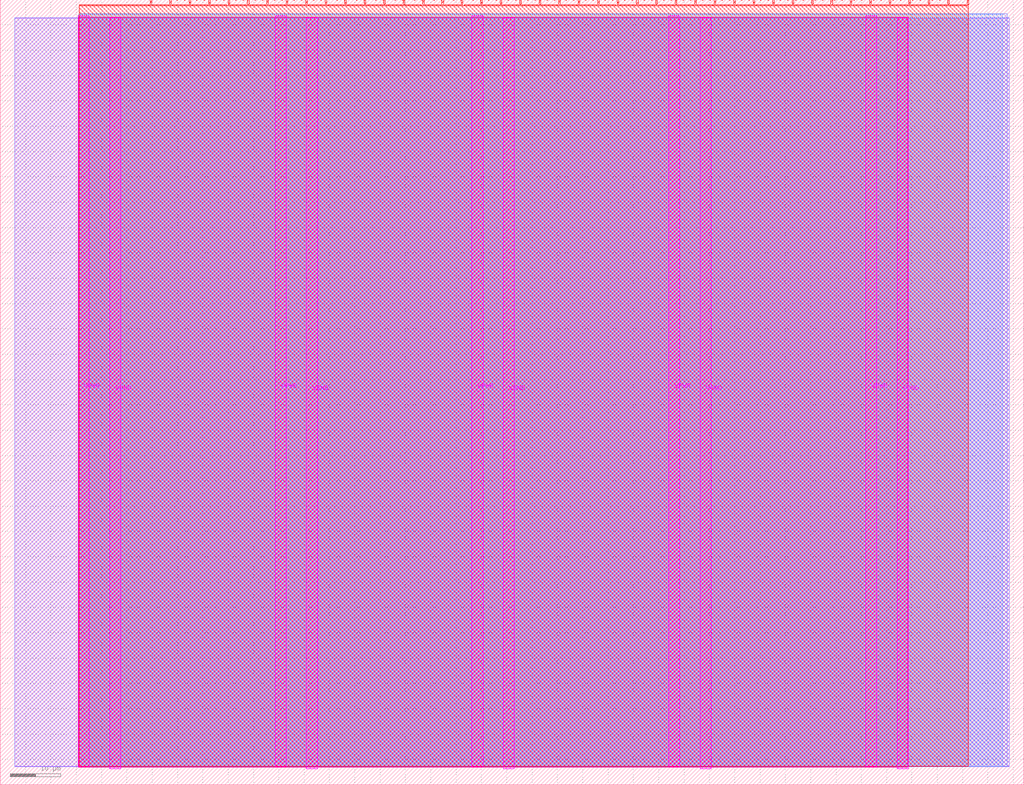
<source format=lef>
VERSION 5.7 ;
  NOWIREEXTENSIONATPIN ON ;
  DIVIDERCHAR "/" ;
  BUSBITCHARS "[]" ;
MACRO tt_um_fidel_makatia_4bit_cpu
  CLASS BLOCK ;
  FOREIGN tt_um_fidel_makatia_4bit_cpu ;
  ORIGIN 0.000 0.000 ;
  SIZE 202.080 BY 154.980 ;
  PIN VGND
    DIRECTION INOUT ;
    USE GROUND ;
    PORT
      LAYER TopMetal1 ;
        RECT 21.580 3.150 23.780 151.420 ;
    END
    PORT
      LAYER TopMetal1 ;
        RECT 60.450 3.150 62.650 151.420 ;
    END
    PORT
      LAYER TopMetal1 ;
        RECT 99.320 3.150 101.520 151.420 ;
    END
    PORT
      LAYER TopMetal1 ;
        RECT 138.190 3.150 140.390 151.420 ;
    END
    PORT
      LAYER TopMetal1 ;
        RECT 177.060 3.150 179.260 151.420 ;
    END
  END VGND
  PIN VPWR
    DIRECTION INOUT ;
    USE POWER ;
    PORT
      LAYER TopMetal1 ;
        RECT 15.380 3.560 17.580 151.830 ;
    END
    PORT
      LAYER TopMetal1 ;
        RECT 54.250 3.560 56.450 151.830 ;
    END
    PORT
      LAYER TopMetal1 ;
        RECT 93.120 3.560 95.320 151.830 ;
    END
    PORT
      LAYER TopMetal1 ;
        RECT 131.990 3.560 134.190 151.830 ;
    END
    PORT
      LAYER TopMetal1 ;
        RECT 170.860 3.560 173.060 151.830 ;
    END
  END VPWR
  PIN clk
    DIRECTION INPUT ;
    USE SIGNAL ;
    ANTENNAGATEAREA 0.725400 ;
    PORT
      LAYER Metal4 ;
        RECT 187.050 153.980 187.350 154.980 ;
    END
  END clk
  PIN ena
    DIRECTION INPUT ;
    USE SIGNAL ;
    ANTENNAGATEAREA 0.180700 ;
    PORT
      LAYER Metal4 ;
        RECT 190.890 153.980 191.190 154.980 ;
    END
  END ena
  PIN rst_n
    DIRECTION INPUT ;
    USE SIGNAL ;
    ANTENNAGATEAREA 0.180700 ;
    PORT
      LAYER Metal4 ;
        RECT 183.210 153.980 183.510 154.980 ;
    END
  END rst_n
  PIN ui_in[0]
    DIRECTION INPUT ;
    USE SIGNAL ;
    ANTENNAGATEAREA 0.180700 ;
    PORT
      LAYER Metal4 ;
        RECT 179.370 153.980 179.670 154.980 ;
    END
  END ui_in[0]
  PIN ui_in[1]
    DIRECTION INPUT ;
    USE SIGNAL ;
    ANTENNAGATEAREA 0.180700 ;
    PORT
      LAYER Metal4 ;
        RECT 175.530 153.980 175.830 154.980 ;
    END
  END ui_in[1]
  PIN ui_in[2]
    DIRECTION INPUT ;
    USE SIGNAL ;
    ANTENNAGATEAREA 0.180700 ;
    PORT
      LAYER Metal4 ;
        RECT 171.690 153.980 171.990 154.980 ;
    END
  END ui_in[2]
  PIN ui_in[3]
    DIRECTION INPUT ;
    USE SIGNAL ;
    ANTENNAGATEAREA 0.180700 ;
    PORT
      LAYER Metal4 ;
        RECT 167.850 153.980 168.150 154.980 ;
    END
  END ui_in[3]
  PIN ui_in[4]
    DIRECTION INPUT ;
    USE SIGNAL ;
    ANTENNAGATEAREA 0.180700 ;
    PORT
      LAYER Metal4 ;
        RECT 164.010 153.980 164.310 154.980 ;
    END
  END ui_in[4]
  PIN ui_in[5]
    DIRECTION INPUT ;
    USE SIGNAL ;
    ANTENNAGATEAREA 0.180700 ;
    PORT
      LAYER Metal4 ;
        RECT 160.170 153.980 160.470 154.980 ;
    END
  END ui_in[5]
  PIN ui_in[6]
    DIRECTION INPUT ;
    USE SIGNAL ;
    ANTENNAGATEAREA 0.180700 ;
    PORT
      LAYER Metal4 ;
        RECT 156.330 153.980 156.630 154.980 ;
    END
  END ui_in[6]
  PIN ui_in[7]
    DIRECTION INPUT ;
    USE SIGNAL ;
    ANTENNAGATEAREA 0.180700 ;
    PORT
      LAYER Metal4 ;
        RECT 152.490 153.980 152.790 154.980 ;
    END
  END ui_in[7]
  PIN uio_in[0]
    DIRECTION INPUT ;
    USE SIGNAL ;
    PORT
      LAYER Metal4 ;
        RECT 148.650 153.980 148.950 154.980 ;
    END
  END uio_in[0]
  PIN uio_in[1]
    DIRECTION INPUT ;
    USE SIGNAL ;
    PORT
      LAYER Metal4 ;
        RECT 144.810 153.980 145.110 154.980 ;
    END
  END uio_in[1]
  PIN uio_in[2]
    DIRECTION INPUT ;
    USE SIGNAL ;
    PORT
      LAYER Metal4 ;
        RECT 140.970 153.980 141.270 154.980 ;
    END
  END uio_in[2]
  PIN uio_in[3]
    DIRECTION INPUT ;
    USE SIGNAL ;
    PORT
      LAYER Metal4 ;
        RECT 137.130 153.980 137.430 154.980 ;
    END
  END uio_in[3]
  PIN uio_in[4]
    DIRECTION INPUT ;
    USE SIGNAL ;
    ANTENNAGATEAREA 0.180700 ;
    PORT
      LAYER Metal4 ;
        RECT 133.290 153.980 133.590 154.980 ;
    END
  END uio_in[4]
  PIN uio_in[5]
    DIRECTION INPUT ;
    USE SIGNAL ;
    ANTENNAGATEAREA 0.180700 ;
    PORT
      LAYER Metal4 ;
        RECT 129.450 153.980 129.750 154.980 ;
    END
  END uio_in[5]
  PIN uio_in[6]
    DIRECTION INPUT ;
    USE SIGNAL ;
    ANTENNAGATEAREA 0.180700 ;
    PORT
      LAYER Metal4 ;
        RECT 125.610 153.980 125.910 154.980 ;
    END
  END uio_in[6]
  PIN uio_in[7]
    DIRECTION INPUT ;
    USE SIGNAL ;
    ANTENNAGATEAREA 0.180700 ;
    PORT
      LAYER Metal4 ;
        RECT 121.770 153.980 122.070 154.980 ;
    END
  END uio_in[7]
  PIN uio_oe[0]
    DIRECTION OUTPUT ;
    USE SIGNAL ;
    ANTENNADIFFAREA 0.392700 ;
    PORT
      LAYER Metal4 ;
        RECT 56.490 153.980 56.790 154.980 ;
    END
  END uio_oe[0]
  PIN uio_oe[1]
    DIRECTION OUTPUT ;
    USE SIGNAL ;
    ANTENNADIFFAREA 0.392700 ;
    PORT
      LAYER Metal4 ;
        RECT 52.650 153.980 52.950 154.980 ;
    END
  END uio_oe[1]
  PIN uio_oe[2]
    DIRECTION OUTPUT ;
    USE SIGNAL ;
    ANTENNADIFFAREA 0.392700 ;
    PORT
      LAYER Metal4 ;
        RECT 48.810 153.980 49.110 154.980 ;
    END
  END uio_oe[2]
  PIN uio_oe[3]
    DIRECTION OUTPUT ;
    USE SIGNAL ;
    ANTENNADIFFAREA 0.392700 ;
    PORT
      LAYER Metal4 ;
        RECT 44.970 153.980 45.270 154.980 ;
    END
  END uio_oe[3]
  PIN uio_oe[4]
    DIRECTION OUTPUT ;
    USE SIGNAL ;
    ANTENNADIFFAREA 0.299200 ;
    PORT
      LAYER Metal4 ;
        RECT 41.130 153.980 41.430 154.980 ;
    END
  END uio_oe[4]
  PIN uio_oe[5]
    DIRECTION OUTPUT ;
    USE SIGNAL ;
    ANTENNADIFFAREA 0.299200 ;
    PORT
      LAYER Metal4 ;
        RECT 37.290 153.980 37.590 154.980 ;
    END
  END uio_oe[5]
  PIN uio_oe[6]
    DIRECTION OUTPUT ;
    USE SIGNAL ;
    ANTENNADIFFAREA 0.299200 ;
    PORT
      LAYER Metal4 ;
        RECT 33.450 153.980 33.750 154.980 ;
    END
  END uio_oe[6]
  PIN uio_oe[7]
    DIRECTION OUTPUT ;
    USE SIGNAL ;
    ANTENNADIFFAREA 0.299200 ;
    PORT
      LAYER Metal4 ;
        RECT 29.610 153.980 29.910 154.980 ;
    END
  END uio_oe[7]
  PIN uio_out[0]
    DIRECTION OUTPUT ;
    USE SIGNAL ;
    ANTENNAGATEAREA 0.109200 ;
    ANTENNADIFFAREA 0.716100 ;
    PORT
      LAYER Metal4 ;
        RECT 87.210 153.980 87.510 154.980 ;
    END
  END uio_out[0]
  PIN uio_out[1]
    DIRECTION OUTPUT ;
    USE SIGNAL ;
    ANTENNAGATEAREA 0.109200 ;
    ANTENNADIFFAREA 0.716100 ;
    PORT
      LAYER Metal4 ;
        RECT 83.370 153.980 83.670 154.980 ;
    END
  END uio_out[1]
  PIN uio_out[2]
    DIRECTION OUTPUT ;
    USE SIGNAL ;
    ANTENNAGATEAREA 0.109200 ;
    ANTENNADIFFAREA 0.716100 ;
    PORT
      LAYER Metal4 ;
        RECT 79.530 153.980 79.830 154.980 ;
    END
  END uio_out[2]
  PIN uio_out[3]
    DIRECTION OUTPUT ;
    USE SIGNAL ;
    ANTENNAGATEAREA 0.109200 ;
    ANTENNADIFFAREA 0.716100 ;
    PORT
      LAYER Metal4 ;
        RECT 75.690 153.980 75.990 154.980 ;
    END
  END uio_out[3]
  PIN uio_out[4]
    DIRECTION OUTPUT ;
    USE SIGNAL ;
    ANTENNADIFFAREA 0.299200 ;
    PORT
      LAYER Metal4 ;
        RECT 71.850 153.980 72.150 154.980 ;
    END
  END uio_out[4]
  PIN uio_out[5]
    DIRECTION OUTPUT ;
    USE SIGNAL ;
    ANTENNADIFFAREA 0.299200 ;
    PORT
      LAYER Metal4 ;
        RECT 68.010 153.980 68.310 154.980 ;
    END
  END uio_out[5]
  PIN uio_out[6]
    DIRECTION OUTPUT ;
    USE SIGNAL ;
    ANTENNADIFFAREA 0.299200 ;
    PORT
      LAYER Metal4 ;
        RECT 64.170 153.980 64.470 154.980 ;
    END
  END uio_out[6]
  PIN uio_out[7]
    DIRECTION OUTPUT ;
    USE SIGNAL ;
    ANTENNADIFFAREA 0.299200 ;
    PORT
      LAYER Metal4 ;
        RECT 60.330 153.980 60.630 154.980 ;
    END
  END uio_out[7]
  PIN uo_out[0]
    DIRECTION OUTPUT ;
    USE SIGNAL ;
    ANTENNAGATEAREA 1.922200 ;
    ANTENNADIFFAREA 2.827200 ;
    PORT
      LAYER Metal4 ;
        RECT 117.930 153.980 118.230 154.980 ;
    END
  END uo_out[0]
  PIN uo_out[1]
    DIRECTION OUTPUT ;
    USE SIGNAL ;
    ANTENNAGATEAREA 2.016300 ;
    ANTENNADIFFAREA 2.827200 ;
    PORT
      LAYER Metal4 ;
        RECT 114.090 153.980 114.390 154.980 ;
    END
  END uo_out[1]
  PIN uo_out[2]
    DIRECTION OUTPUT ;
    USE SIGNAL ;
    ANTENNAGATEAREA 1.340300 ;
    ANTENNADIFFAREA 2.827200 ;
    PORT
      LAYER Metal4 ;
        RECT 110.250 153.980 110.550 154.980 ;
    END
  END uo_out[2]
  PIN uo_out[3]
    DIRECTION OUTPUT ;
    USE SIGNAL ;
    ANTENNAGATEAREA 1.159600 ;
    ANTENNADIFFAREA 0.706800 ;
    PORT
      LAYER Metal4 ;
        RECT 106.410 153.980 106.710 154.980 ;
    END
  END uo_out[3]
  PIN uo_out[4]
    DIRECTION OUTPUT ;
    USE SIGNAL ;
    ANTENNADIFFAREA 0.708600 ;
    PORT
      LAYER Metal4 ;
        RECT 102.570 153.980 102.870 154.980 ;
    END
  END uo_out[4]
  PIN uo_out[5]
    DIRECTION OUTPUT ;
    USE SIGNAL ;
    ANTENNADIFFAREA 0.708600 ;
    PORT
      LAYER Metal4 ;
        RECT 98.730 153.980 99.030 154.980 ;
    END
  END uo_out[5]
  PIN uo_out[6]
    DIRECTION OUTPUT ;
    USE SIGNAL ;
    ANTENNADIFFAREA 0.708600 ;
    PORT
      LAYER Metal4 ;
        RECT 94.890 153.980 95.190 154.980 ;
    END
  END uo_out[6]
  PIN uo_out[7]
    DIRECTION OUTPUT ;
    USE SIGNAL ;
    ANTENNADIFFAREA 0.708600 ;
    PORT
      LAYER Metal4 ;
        RECT 91.050 153.980 91.350 154.980 ;
    END
  END uo_out[7]
  OBS
      LAYER GatPoly ;
        RECT 2.880 3.630 199.200 151.350 ;
      LAYER Metal1 ;
        RECT 2.880 3.560 199.200 151.420 ;
      LAYER Metal2 ;
        RECT 15.560 3.635 198.820 152.185 ;
      LAYER Metal3 ;
        RECT 15.515 3.680 197.905 152.145 ;
      LAYER Metal4 ;
        RECT 15.560 153.770 29.400 153.980 ;
        RECT 30.120 153.770 33.240 153.980 ;
        RECT 33.960 153.770 37.080 153.980 ;
        RECT 37.800 153.770 40.920 153.980 ;
        RECT 41.640 153.770 44.760 153.980 ;
        RECT 45.480 153.770 48.600 153.980 ;
        RECT 49.320 153.770 52.440 153.980 ;
        RECT 53.160 153.770 56.280 153.980 ;
        RECT 57.000 153.770 60.120 153.980 ;
        RECT 60.840 153.770 63.960 153.980 ;
        RECT 64.680 153.770 67.800 153.980 ;
        RECT 68.520 153.770 71.640 153.980 ;
        RECT 72.360 153.770 75.480 153.980 ;
        RECT 76.200 153.770 79.320 153.980 ;
        RECT 80.040 153.770 83.160 153.980 ;
        RECT 83.880 153.770 87.000 153.980 ;
        RECT 87.720 153.770 90.840 153.980 ;
        RECT 91.560 153.770 94.680 153.980 ;
        RECT 95.400 153.770 98.520 153.980 ;
        RECT 99.240 153.770 102.360 153.980 ;
        RECT 103.080 153.770 106.200 153.980 ;
        RECT 106.920 153.770 110.040 153.980 ;
        RECT 110.760 153.770 113.880 153.980 ;
        RECT 114.600 153.770 117.720 153.980 ;
        RECT 118.440 153.770 121.560 153.980 ;
        RECT 122.280 153.770 125.400 153.980 ;
        RECT 126.120 153.770 129.240 153.980 ;
        RECT 129.960 153.770 133.080 153.980 ;
        RECT 133.800 153.770 136.920 153.980 ;
        RECT 137.640 153.770 140.760 153.980 ;
        RECT 141.480 153.770 144.600 153.980 ;
        RECT 145.320 153.770 148.440 153.980 ;
        RECT 149.160 153.770 152.280 153.980 ;
        RECT 153.000 153.770 156.120 153.980 ;
        RECT 156.840 153.770 159.960 153.980 ;
        RECT 160.680 153.770 163.800 153.980 ;
        RECT 164.520 153.770 167.640 153.980 ;
        RECT 168.360 153.770 171.480 153.980 ;
        RECT 172.200 153.770 175.320 153.980 ;
        RECT 176.040 153.770 179.160 153.980 ;
        RECT 179.880 153.770 183.000 153.980 ;
        RECT 183.720 153.770 186.840 153.980 ;
        RECT 187.560 153.770 190.680 153.980 ;
        RECT 15.560 3.635 191.140 153.770 ;
      LAYER Metal5 ;
        RECT 15.515 3.470 179.125 151.510 ;
  END
END tt_um_fidel_makatia_4bit_cpu
END LIBRARY


</source>
